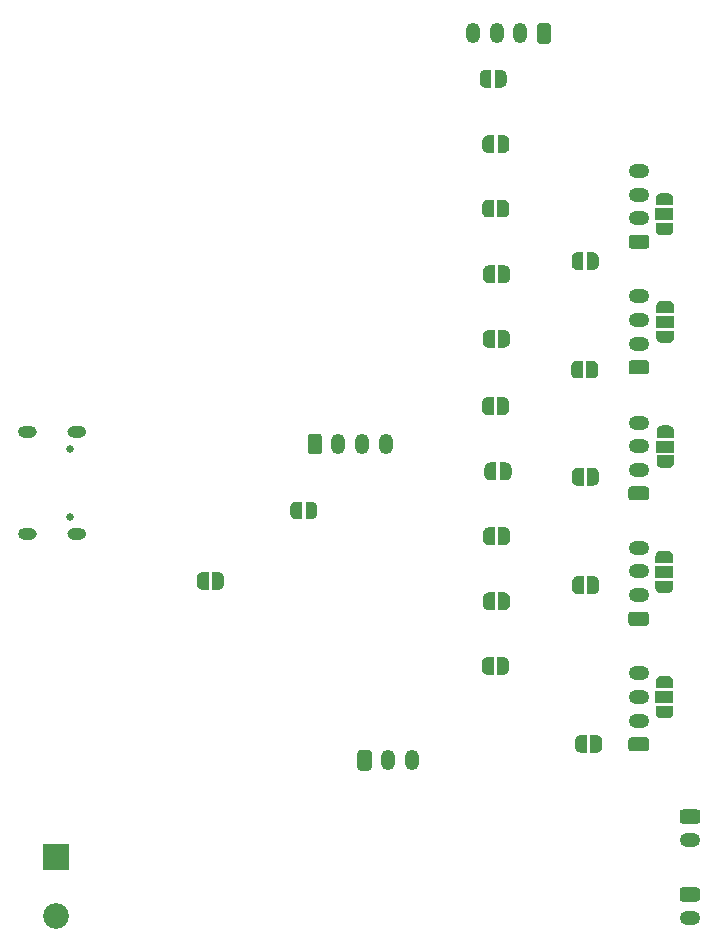
<source format=gbr>
G04 #@! TF.GenerationSoftware,KiCad,Pcbnew,(5.1.10)-1*
G04 #@! TF.CreationDate,2021-12-13T21:42:55+01:00*
G04 #@! TF.ProjectId,TestboardV2.3,54657374-626f-4617-9264-56322e332e6b,rev?*
G04 #@! TF.SameCoordinates,Original*
G04 #@! TF.FileFunction,Soldermask,Bot*
G04 #@! TF.FilePolarity,Negative*
%FSLAX46Y46*%
G04 Gerber Fmt 4.6, Leading zero omitted, Abs format (unit mm)*
G04 Created by KiCad (PCBNEW (5.1.10)-1) date 2021-12-13 21:42:55*
%MOMM*%
%LPD*%
G01*
G04 APERTURE LIST*
%ADD10C,0.100000*%
%ADD11C,0.670000*%
%ADD12O,1.750000X1.200000*%
%ADD13C,2.175000*%
%ADD14R,2.175000X2.175000*%
%ADD15R,1.500000X1.000000*%
%ADD16O,1.200000X1.750000*%
G04 APERTURE END LIST*
D10*
G36*
X114500000Y-120970000D02*
G01*
X114000000Y-120970000D01*
X114000000Y-120969398D01*
X113975466Y-120969398D01*
X113926635Y-120964588D01*
X113878510Y-120955016D01*
X113831555Y-120940772D01*
X113786222Y-120921995D01*
X113742949Y-120898864D01*
X113702150Y-120871604D01*
X113664221Y-120840476D01*
X113629524Y-120805779D01*
X113598396Y-120767850D01*
X113571136Y-120727051D01*
X113548005Y-120683778D01*
X113529228Y-120638445D01*
X113514984Y-120591490D01*
X113505412Y-120543365D01*
X113500602Y-120494534D01*
X113500602Y-120470000D01*
X113500000Y-120470000D01*
X113500000Y-119970000D01*
X113500602Y-119970000D01*
X113500602Y-119945466D01*
X113505412Y-119896635D01*
X113514984Y-119848510D01*
X113529228Y-119801555D01*
X113548005Y-119756222D01*
X113571136Y-119712949D01*
X113598396Y-119672150D01*
X113629524Y-119634221D01*
X113664221Y-119599524D01*
X113702150Y-119568396D01*
X113742949Y-119541136D01*
X113786222Y-119518005D01*
X113831555Y-119499228D01*
X113878510Y-119484984D01*
X113926635Y-119475412D01*
X113975466Y-119470602D01*
X114000000Y-119470602D01*
X114000000Y-119470000D01*
X114500000Y-119470000D01*
X114500000Y-120970000D01*
G37*
G36*
X115300000Y-119470602D02*
G01*
X115324534Y-119470602D01*
X115373365Y-119475412D01*
X115421490Y-119484984D01*
X115468445Y-119499228D01*
X115513778Y-119518005D01*
X115557051Y-119541136D01*
X115597850Y-119568396D01*
X115635779Y-119599524D01*
X115670476Y-119634221D01*
X115701604Y-119672150D01*
X115728864Y-119712949D01*
X115751995Y-119756222D01*
X115770772Y-119801555D01*
X115785016Y-119848510D01*
X115794588Y-119896635D01*
X115799398Y-119945466D01*
X115799398Y-119970000D01*
X115800000Y-119970000D01*
X115800000Y-120470000D01*
X115799398Y-120470000D01*
X115799398Y-120494534D01*
X115794588Y-120543365D01*
X115785016Y-120591490D01*
X115770772Y-120638445D01*
X115751995Y-120683778D01*
X115728864Y-120727051D01*
X115701604Y-120767850D01*
X115670476Y-120805779D01*
X115635779Y-120840476D01*
X115597850Y-120871604D01*
X115557051Y-120898864D01*
X115513778Y-120921995D01*
X115468445Y-120940772D01*
X115421490Y-120955016D01*
X115373365Y-120964588D01*
X115324534Y-120969398D01*
X115300000Y-120969398D01*
X115300000Y-120970000D01*
X114800000Y-120970000D01*
X114800000Y-119470000D01*
X115300000Y-119470000D01*
X115300000Y-119470602D01*
G37*
G36*
X122710000Y-113500000D02*
G01*
X123210000Y-113500000D01*
X123210000Y-113500602D01*
X123234534Y-113500602D01*
X123283365Y-113505412D01*
X123331490Y-113514984D01*
X123378445Y-113529228D01*
X123423778Y-113548005D01*
X123467051Y-113571136D01*
X123507850Y-113598396D01*
X123545779Y-113629524D01*
X123580476Y-113664221D01*
X123611604Y-113702150D01*
X123638864Y-113742949D01*
X123661995Y-113786222D01*
X123680772Y-113831555D01*
X123695016Y-113878510D01*
X123704588Y-113926635D01*
X123709398Y-113975466D01*
X123709398Y-114000000D01*
X123710000Y-114000000D01*
X123710000Y-114500000D01*
X123709398Y-114500000D01*
X123709398Y-114524534D01*
X123704588Y-114573365D01*
X123695016Y-114621490D01*
X123680772Y-114668445D01*
X123661995Y-114713778D01*
X123638864Y-114757051D01*
X123611604Y-114797850D01*
X123580476Y-114835779D01*
X123545779Y-114870476D01*
X123507850Y-114901604D01*
X123467051Y-114928864D01*
X123423778Y-114951995D01*
X123378445Y-114970772D01*
X123331490Y-114985016D01*
X123283365Y-114994588D01*
X123234534Y-114999398D01*
X123210000Y-114999398D01*
X123210000Y-115000000D01*
X122710000Y-115000000D01*
X122710000Y-113500000D01*
G37*
G36*
X121910000Y-114999398D02*
G01*
X121885466Y-114999398D01*
X121836635Y-114994588D01*
X121788510Y-114985016D01*
X121741555Y-114970772D01*
X121696222Y-114951995D01*
X121652949Y-114928864D01*
X121612150Y-114901604D01*
X121574221Y-114870476D01*
X121539524Y-114835779D01*
X121508396Y-114797850D01*
X121481136Y-114757051D01*
X121458005Y-114713778D01*
X121439228Y-114668445D01*
X121424984Y-114621490D01*
X121415412Y-114573365D01*
X121410602Y-114524534D01*
X121410602Y-114500000D01*
X121410000Y-114500000D01*
X121410000Y-114000000D01*
X121410602Y-114000000D01*
X121410602Y-113975466D01*
X121415412Y-113926635D01*
X121424984Y-113878510D01*
X121439228Y-113831555D01*
X121458005Y-113786222D01*
X121481136Y-113742949D01*
X121508396Y-113702150D01*
X121539524Y-113664221D01*
X121574221Y-113629524D01*
X121612150Y-113598396D01*
X121652949Y-113571136D01*
X121696222Y-113548005D01*
X121741555Y-113529228D01*
X121788510Y-113514984D01*
X121836635Y-113505412D01*
X121885466Y-113500602D01*
X121910000Y-113500602D01*
X121910000Y-113500000D01*
X122410000Y-113500000D01*
X122410000Y-115000000D01*
X121910000Y-115000000D01*
X121910000Y-114999398D01*
G37*
G36*
G01*
X103040000Y-107100000D02*
X103640000Y-107100000D01*
G75*
G02*
X104140000Y-107600000I0J-500000D01*
G01*
X104140000Y-107600000D01*
G75*
G02*
X103640000Y-108100000I-500000J0D01*
G01*
X103040000Y-108100000D01*
G75*
G02*
X102540000Y-107600000I0J500000D01*
G01*
X102540000Y-107600000D01*
G75*
G02*
X103040000Y-107100000I500000J0D01*
G01*
G37*
G36*
G01*
X103040000Y-115740000D02*
X103640000Y-115740000D01*
G75*
G02*
X104140000Y-116240000I0J-500000D01*
G01*
X104140000Y-116240000D01*
G75*
G02*
X103640000Y-116740000I-500000J0D01*
G01*
X103040000Y-116740000D01*
G75*
G02*
X102540000Y-116240000I0J500000D01*
G01*
X102540000Y-116240000D01*
G75*
G02*
X103040000Y-115740000I500000J0D01*
G01*
G37*
G36*
G01*
X98860000Y-115740000D02*
X99460000Y-115740000D01*
G75*
G02*
X99960000Y-116240000I0J-500000D01*
G01*
X99960000Y-116240000D01*
G75*
G02*
X99460000Y-116740000I-500000J0D01*
G01*
X98860000Y-116740000D01*
G75*
G02*
X98360000Y-116240000I0J500000D01*
G01*
X98360000Y-116240000D01*
G75*
G02*
X98860000Y-115740000I500000J0D01*
G01*
G37*
G36*
G01*
X98860000Y-107100000D02*
X99460000Y-107100000D01*
G75*
G02*
X99960000Y-107600000I0J-500000D01*
G01*
X99960000Y-107600000D01*
G75*
G02*
X99460000Y-108100000I-500000J0D01*
G01*
X98860000Y-108100000D01*
G75*
G02*
X98360000Y-107600000I0J500000D01*
G01*
X98360000Y-107600000D01*
G75*
G02*
X98860000Y-107100000I500000J0D01*
G01*
G37*
D11*
X102810000Y-109020000D03*
X102810000Y-114820000D03*
D12*
X155260000Y-142170000D03*
G36*
G01*
X154634999Y-139570000D02*
X155885001Y-139570000D01*
G75*
G02*
X156135000Y-139819999I0J-249999D01*
G01*
X156135000Y-140520001D01*
G75*
G02*
X155885001Y-140770000I-249999J0D01*
G01*
X154634999Y-140770000D01*
G75*
G02*
X154385000Y-140520001I0J249999D01*
G01*
X154385000Y-139819999D01*
G75*
G02*
X154634999Y-139570000I249999J0D01*
G01*
G37*
G36*
G01*
X151545400Y-134650000D02*
X150294600Y-134650000D01*
G75*
G02*
X150045000Y-134400400I0J249600D01*
G01*
X150045000Y-133699600D01*
G75*
G02*
X150294600Y-133450000I249600J0D01*
G01*
X151545400Y-133450000D01*
G75*
G02*
X151795000Y-133699600I0J-249600D01*
G01*
X151795000Y-134400400D01*
G75*
G02*
X151545400Y-134650000I-249600J0D01*
G01*
G37*
X150920000Y-132050000D03*
X150920000Y-130050000D03*
X150920000Y-128050000D03*
X150910000Y-117420000D03*
X150910000Y-119420000D03*
X150910000Y-121420000D03*
G36*
G01*
X151535400Y-124020000D02*
X150284600Y-124020000D01*
G75*
G02*
X150035000Y-123770400I0J249600D01*
G01*
X150035000Y-123069600D01*
G75*
G02*
X150284600Y-122820000I249600J0D01*
G01*
X151535400Y-122820000D01*
G75*
G02*
X151785000Y-123069600I0J-249600D01*
G01*
X151785000Y-123770400D01*
G75*
G02*
X151535400Y-124020000I-249600J0D01*
G01*
G37*
X150910000Y-106810000D03*
X150910000Y-108810000D03*
X150910000Y-110810000D03*
G36*
G01*
X151535400Y-113410000D02*
X150284600Y-113410000D01*
G75*
G02*
X150035000Y-113160400I0J249600D01*
G01*
X150035000Y-112459600D01*
G75*
G02*
X150284600Y-112210000I249600J0D01*
G01*
X151535400Y-112210000D01*
G75*
G02*
X151785000Y-112459600I0J-249600D01*
G01*
X151785000Y-113160400D01*
G75*
G02*
X151535400Y-113410000I-249600J0D01*
G01*
G37*
X150930000Y-96130000D03*
X150930000Y-98130000D03*
X150930000Y-100130000D03*
G36*
G01*
X151555400Y-102730000D02*
X150304600Y-102730000D01*
G75*
G02*
X150055000Y-102480400I0J249600D01*
G01*
X150055000Y-101779600D01*
G75*
G02*
X150304600Y-101530000I249600J0D01*
G01*
X151555400Y-101530000D01*
G75*
G02*
X151805000Y-101779600I0J-249600D01*
G01*
X151805000Y-102480400D01*
G75*
G02*
X151555400Y-102730000I-249600J0D01*
G01*
G37*
X150940000Y-85510000D03*
X150940000Y-87510000D03*
X150940000Y-89510000D03*
G36*
G01*
X151565400Y-92110000D02*
X150314600Y-92110000D01*
G75*
G02*
X150065000Y-91860400I0J249600D01*
G01*
X150065000Y-91159600D01*
G75*
G02*
X150314600Y-90910000I249600J0D01*
G01*
X151565400Y-90910000D01*
G75*
G02*
X151815000Y-91159600I0J-249600D01*
G01*
X151815000Y-91860400D01*
G75*
G02*
X151565400Y-92110000I-249600J0D01*
G01*
G37*
D13*
X101550000Y-148630000D03*
D14*
X101550000Y-143630000D03*
D10*
G36*
X139240000Y-76950602D02*
G01*
X139264534Y-76950602D01*
X139313365Y-76955412D01*
X139361490Y-76964984D01*
X139408445Y-76979228D01*
X139453778Y-76998005D01*
X139497051Y-77021136D01*
X139537850Y-77048396D01*
X139575779Y-77079524D01*
X139610476Y-77114221D01*
X139641604Y-77152150D01*
X139668864Y-77192949D01*
X139691995Y-77236222D01*
X139710772Y-77281555D01*
X139725016Y-77328510D01*
X139734588Y-77376635D01*
X139739398Y-77425466D01*
X139739398Y-77450000D01*
X139740000Y-77450000D01*
X139740000Y-77950000D01*
X139739398Y-77950000D01*
X139739398Y-77974534D01*
X139734588Y-78023365D01*
X139725016Y-78071490D01*
X139710772Y-78118445D01*
X139691995Y-78163778D01*
X139668864Y-78207051D01*
X139641604Y-78247850D01*
X139610476Y-78285779D01*
X139575779Y-78320476D01*
X139537850Y-78351604D01*
X139497051Y-78378864D01*
X139453778Y-78401995D01*
X139408445Y-78420772D01*
X139361490Y-78435016D01*
X139313365Y-78444588D01*
X139264534Y-78449398D01*
X139240000Y-78449398D01*
X139240000Y-78450000D01*
X138740000Y-78450000D01*
X138740000Y-76950000D01*
X139240000Y-76950000D01*
X139240000Y-76950602D01*
G37*
G36*
X138440000Y-78450000D02*
G01*
X137940000Y-78450000D01*
X137940000Y-78449398D01*
X137915466Y-78449398D01*
X137866635Y-78444588D01*
X137818510Y-78435016D01*
X137771555Y-78420772D01*
X137726222Y-78401995D01*
X137682949Y-78378864D01*
X137642150Y-78351604D01*
X137604221Y-78320476D01*
X137569524Y-78285779D01*
X137538396Y-78247850D01*
X137511136Y-78207051D01*
X137488005Y-78163778D01*
X137469228Y-78118445D01*
X137454984Y-78071490D01*
X137445412Y-78023365D01*
X137440602Y-77974534D01*
X137440602Y-77950000D01*
X137440000Y-77950000D01*
X137440000Y-77450000D01*
X137440602Y-77450000D01*
X137440602Y-77425466D01*
X137445412Y-77376635D01*
X137454984Y-77328510D01*
X137469228Y-77281555D01*
X137488005Y-77236222D01*
X137511136Y-77192949D01*
X137538396Y-77152150D01*
X137569524Y-77114221D01*
X137604221Y-77079524D01*
X137642150Y-77048396D01*
X137682949Y-77021136D01*
X137726222Y-76998005D01*
X137771555Y-76979228D01*
X137818510Y-76964984D01*
X137866635Y-76955412D01*
X137915466Y-76950602D01*
X137940000Y-76950602D01*
X137940000Y-76950000D01*
X138440000Y-76950000D01*
X138440000Y-78450000D01*
G37*
G36*
X139470000Y-82480602D02*
G01*
X139494534Y-82480602D01*
X139543365Y-82485412D01*
X139591490Y-82494984D01*
X139638445Y-82509228D01*
X139683778Y-82528005D01*
X139727051Y-82551136D01*
X139767850Y-82578396D01*
X139805779Y-82609524D01*
X139840476Y-82644221D01*
X139871604Y-82682150D01*
X139898864Y-82722949D01*
X139921995Y-82766222D01*
X139940772Y-82811555D01*
X139955016Y-82858510D01*
X139964588Y-82906635D01*
X139969398Y-82955466D01*
X139969398Y-82980000D01*
X139970000Y-82980000D01*
X139970000Y-83480000D01*
X139969398Y-83480000D01*
X139969398Y-83504534D01*
X139964588Y-83553365D01*
X139955016Y-83601490D01*
X139940772Y-83648445D01*
X139921995Y-83693778D01*
X139898864Y-83737051D01*
X139871604Y-83777850D01*
X139840476Y-83815779D01*
X139805779Y-83850476D01*
X139767850Y-83881604D01*
X139727051Y-83908864D01*
X139683778Y-83931995D01*
X139638445Y-83950772D01*
X139591490Y-83965016D01*
X139543365Y-83974588D01*
X139494534Y-83979398D01*
X139470000Y-83979398D01*
X139470000Y-83980000D01*
X138970000Y-83980000D01*
X138970000Y-82480000D01*
X139470000Y-82480000D01*
X139470000Y-82480602D01*
G37*
G36*
X138670000Y-83980000D02*
G01*
X138170000Y-83980000D01*
X138170000Y-83979398D01*
X138145466Y-83979398D01*
X138096635Y-83974588D01*
X138048510Y-83965016D01*
X138001555Y-83950772D01*
X137956222Y-83931995D01*
X137912949Y-83908864D01*
X137872150Y-83881604D01*
X137834221Y-83850476D01*
X137799524Y-83815779D01*
X137768396Y-83777850D01*
X137741136Y-83737051D01*
X137718005Y-83693778D01*
X137699228Y-83648445D01*
X137684984Y-83601490D01*
X137675412Y-83553365D01*
X137670602Y-83504534D01*
X137670602Y-83480000D01*
X137670000Y-83480000D01*
X137670000Y-82980000D01*
X137670602Y-82980000D01*
X137670602Y-82955466D01*
X137675412Y-82906635D01*
X137684984Y-82858510D01*
X137699228Y-82811555D01*
X137718005Y-82766222D01*
X137741136Y-82722949D01*
X137768396Y-82682150D01*
X137799524Y-82644221D01*
X137834221Y-82609524D01*
X137872150Y-82578396D01*
X137912949Y-82551136D01*
X137956222Y-82528005D01*
X138001555Y-82509228D01*
X138048510Y-82494984D01*
X138096635Y-82485412D01*
X138145466Y-82480602D01*
X138170000Y-82480602D01*
X138170000Y-82480000D01*
X138670000Y-82480000D01*
X138670000Y-83980000D01*
G37*
G36*
X139460000Y-87940602D02*
G01*
X139484534Y-87940602D01*
X139533365Y-87945412D01*
X139581490Y-87954984D01*
X139628445Y-87969228D01*
X139673778Y-87988005D01*
X139717051Y-88011136D01*
X139757850Y-88038396D01*
X139795779Y-88069524D01*
X139830476Y-88104221D01*
X139861604Y-88142150D01*
X139888864Y-88182949D01*
X139911995Y-88226222D01*
X139930772Y-88271555D01*
X139945016Y-88318510D01*
X139954588Y-88366635D01*
X139959398Y-88415466D01*
X139959398Y-88440000D01*
X139960000Y-88440000D01*
X139960000Y-88940000D01*
X139959398Y-88940000D01*
X139959398Y-88964534D01*
X139954588Y-89013365D01*
X139945016Y-89061490D01*
X139930772Y-89108445D01*
X139911995Y-89153778D01*
X139888864Y-89197051D01*
X139861604Y-89237850D01*
X139830476Y-89275779D01*
X139795779Y-89310476D01*
X139757850Y-89341604D01*
X139717051Y-89368864D01*
X139673778Y-89391995D01*
X139628445Y-89410772D01*
X139581490Y-89425016D01*
X139533365Y-89434588D01*
X139484534Y-89439398D01*
X139460000Y-89439398D01*
X139460000Y-89440000D01*
X138960000Y-89440000D01*
X138960000Y-87940000D01*
X139460000Y-87940000D01*
X139460000Y-87940602D01*
G37*
G36*
X138660000Y-89440000D02*
G01*
X138160000Y-89440000D01*
X138160000Y-89439398D01*
X138135466Y-89439398D01*
X138086635Y-89434588D01*
X138038510Y-89425016D01*
X137991555Y-89410772D01*
X137946222Y-89391995D01*
X137902949Y-89368864D01*
X137862150Y-89341604D01*
X137824221Y-89310476D01*
X137789524Y-89275779D01*
X137758396Y-89237850D01*
X137731136Y-89197051D01*
X137708005Y-89153778D01*
X137689228Y-89108445D01*
X137674984Y-89061490D01*
X137665412Y-89013365D01*
X137660602Y-88964534D01*
X137660602Y-88940000D01*
X137660000Y-88940000D01*
X137660000Y-88440000D01*
X137660602Y-88440000D01*
X137660602Y-88415466D01*
X137665412Y-88366635D01*
X137674984Y-88318510D01*
X137689228Y-88271555D01*
X137708005Y-88226222D01*
X137731136Y-88182949D01*
X137758396Y-88142150D01*
X137789524Y-88104221D01*
X137824221Y-88069524D01*
X137862150Y-88038396D01*
X137902949Y-88011136D01*
X137946222Y-87988005D01*
X137991555Y-87969228D01*
X138038510Y-87954984D01*
X138086635Y-87945412D01*
X138135466Y-87940602D01*
X138160000Y-87940602D01*
X138160000Y-87940000D01*
X138660000Y-87940000D01*
X138660000Y-89440000D01*
G37*
G36*
X139540000Y-93500602D02*
G01*
X139564534Y-93500602D01*
X139613365Y-93505412D01*
X139661490Y-93514984D01*
X139708445Y-93529228D01*
X139753778Y-93548005D01*
X139797051Y-93571136D01*
X139837850Y-93598396D01*
X139875779Y-93629524D01*
X139910476Y-93664221D01*
X139941604Y-93702150D01*
X139968864Y-93742949D01*
X139991995Y-93786222D01*
X140010772Y-93831555D01*
X140025016Y-93878510D01*
X140034588Y-93926635D01*
X140039398Y-93975466D01*
X140039398Y-94000000D01*
X140040000Y-94000000D01*
X140040000Y-94500000D01*
X140039398Y-94500000D01*
X140039398Y-94524534D01*
X140034588Y-94573365D01*
X140025016Y-94621490D01*
X140010772Y-94668445D01*
X139991995Y-94713778D01*
X139968864Y-94757051D01*
X139941604Y-94797850D01*
X139910476Y-94835779D01*
X139875779Y-94870476D01*
X139837850Y-94901604D01*
X139797051Y-94928864D01*
X139753778Y-94951995D01*
X139708445Y-94970772D01*
X139661490Y-94985016D01*
X139613365Y-94994588D01*
X139564534Y-94999398D01*
X139540000Y-94999398D01*
X139540000Y-95000000D01*
X139040000Y-95000000D01*
X139040000Y-93500000D01*
X139540000Y-93500000D01*
X139540000Y-93500602D01*
G37*
G36*
X138740000Y-95000000D02*
G01*
X138240000Y-95000000D01*
X138240000Y-94999398D01*
X138215466Y-94999398D01*
X138166635Y-94994588D01*
X138118510Y-94985016D01*
X138071555Y-94970772D01*
X138026222Y-94951995D01*
X137982949Y-94928864D01*
X137942150Y-94901604D01*
X137904221Y-94870476D01*
X137869524Y-94835779D01*
X137838396Y-94797850D01*
X137811136Y-94757051D01*
X137788005Y-94713778D01*
X137769228Y-94668445D01*
X137754984Y-94621490D01*
X137745412Y-94573365D01*
X137740602Y-94524534D01*
X137740602Y-94500000D01*
X137740000Y-94500000D01*
X137740000Y-94000000D01*
X137740602Y-94000000D01*
X137740602Y-93975466D01*
X137745412Y-93926635D01*
X137754984Y-93878510D01*
X137769228Y-93831555D01*
X137788005Y-93786222D01*
X137811136Y-93742949D01*
X137838396Y-93702150D01*
X137869524Y-93664221D01*
X137904221Y-93629524D01*
X137942150Y-93598396D01*
X137982949Y-93571136D01*
X138026222Y-93548005D01*
X138071555Y-93529228D01*
X138118510Y-93514984D01*
X138166635Y-93505412D01*
X138215466Y-93500602D01*
X138240000Y-93500602D01*
X138240000Y-93500000D01*
X138740000Y-93500000D01*
X138740000Y-95000000D01*
G37*
G36*
X139510000Y-98970602D02*
G01*
X139534534Y-98970602D01*
X139583365Y-98975412D01*
X139631490Y-98984984D01*
X139678445Y-98999228D01*
X139723778Y-99018005D01*
X139767051Y-99041136D01*
X139807850Y-99068396D01*
X139845779Y-99099524D01*
X139880476Y-99134221D01*
X139911604Y-99172150D01*
X139938864Y-99212949D01*
X139961995Y-99256222D01*
X139980772Y-99301555D01*
X139995016Y-99348510D01*
X140004588Y-99396635D01*
X140009398Y-99445466D01*
X140009398Y-99470000D01*
X140010000Y-99470000D01*
X140010000Y-99970000D01*
X140009398Y-99970000D01*
X140009398Y-99994534D01*
X140004588Y-100043365D01*
X139995016Y-100091490D01*
X139980772Y-100138445D01*
X139961995Y-100183778D01*
X139938864Y-100227051D01*
X139911604Y-100267850D01*
X139880476Y-100305779D01*
X139845779Y-100340476D01*
X139807850Y-100371604D01*
X139767051Y-100398864D01*
X139723778Y-100421995D01*
X139678445Y-100440772D01*
X139631490Y-100455016D01*
X139583365Y-100464588D01*
X139534534Y-100469398D01*
X139510000Y-100469398D01*
X139510000Y-100470000D01*
X139010000Y-100470000D01*
X139010000Y-98970000D01*
X139510000Y-98970000D01*
X139510000Y-98970602D01*
G37*
G36*
X138710000Y-100470000D02*
G01*
X138210000Y-100470000D01*
X138210000Y-100469398D01*
X138185466Y-100469398D01*
X138136635Y-100464588D01*
X138088510Y-100455016D01*
X138041555Y-100440772D01*
X137996222Y-100421995D01*
X137952949Y-100398864D01*
X137912150Y-100371604D01*
X137874221Y-100340476D01*
X137839524Y-100305779D01*
X137808396Y-100267850D01*
X137781136Y-100227051D01*
X137758005Y-100183778D01*
X137739228Y-100138445D01*
X137724984Y-100091490D01*
X137715412Y-100043365D01*
X137710602Y-99994534D01*
X137710602Y-99970000D01*
X137710000Y-99970000D01*
X137710000Y-99470000D01*
X137710602Y-99470000D01*
X137710602Y-99445466D01*
X137715412Y-99396635D01*
X137724984Y-99348510D01*
X137739228Y-99301555D01*
X137758005Y-99256222D01*
X137781136Y-99212949D01*
X137808396Y-99172150D01*
X137839524Y-99134221D01*
X137874221Y-99099524D01*
X137912150Y-99068396D01*
X137952949Y-99041136D01*
X137996222Y-99018005D01*
X138041555Y-98999228D01*
X138088510Y-98984984D01*
X138136635Y-98975412D01*
X138185466Y-98970602D01*
X138210000Y-98970602D01*
X138210000Y-98970000D01*
X138710000Y-98970000D01*
X138710000Y-100470000D01*
G37*
G36*
X139440000Y-104670602D02*
G01*
X139464534Y-104670602D01*
X139513365Y-104675412D01*
X139561490Y-104684984D01*
X139608445Y-104699228D01*
X139653778Y-104718005D01*
X139697051Y-104741136D01*
X139737850Y-104768396D01*
X139775779Y-104799524D01*
X139810476Y-104834221D01*
X139841604Y-104872150D01*
X139868864Y-104912949D01*
X139891995Y-104956222D01*
X139910772Y-105001555D01*
X139925016Y-105048510D01*
X139934588Y-105096635D01*
X139939398Y-105145466D01*
X139939398Y-105170000D01*
X139940000Y-105170000D01*
X139940000Y-105670000D01*
X139939398Y-105670000D01*
X139939398Y-105694534D01*
X139934588Y-105743365D01*
X139925016Y-105791490D01*
X139910772Y-105838445D01*
X139891995Y-105883778D01*
X139868864Y-105927051D01*
X139841604Y-105967850D01*
X139810476Y-106005779D01*
X139775779Y-106040476D01*
X139737850Y-106071604D01*
X139697051Y-106098864D01*
X139653778Y-106121995D01*
X139608445Y-106140772D01*
X139561490Y-106155016D01*
X139513365Y-106164588D01*
X139464534Y-106169398D01*
X139440000Y-106169398D01*
X139440000Y-106170000D01*
X138940000Y-106170000D01*
X138940000Y-104670000D01*
X139440000Y-104670000D01*
X139440000Y-104670602D01*
G37*
G36*
X138640000Y-106170000D02*
G01*
X138140000Y-106170000D01*
X138140000Y-106169398D01*
X138115466Y-106169398D01*
X138066635Y-106164588D01*
X138018510Y-106155016D01*
X137971555Y-106140772D01*
X137926222Y-106121995D01*
X137882949Y-106098864D01*
X137842150Y-106071604D01*
X137804221Y-106040476D01*
X137769524Y-106005779D01*
X137738396Y-105967850D01*
X137711136Y-105927051D01*
X137688005Y-105883778D01*
X137669228Y-105838445D01*
X137654984Y-105791490D01*
X137645412Y-105743365D01*
X137640602Y-105694534D01*
X137640602Y-105670000D01*
X137640000Y-105670000D01*
X137640000Y-105170000D01*
X137640602Y-105170000D01*
X137640602Y-105145466D01*
X137645412Y-105096635D01*
X137654984Y-105048510D01*
X137669228Y-105001555D01*
X137688005Y-104956222D01*
X137711136Y-104912949D01*
X137738396Y-104872150D01*
X137769524Y-104834221D01*
X137804221Y-104799524D01*
X137842150Y-104768396D01*
X137882949Y-104741136D01*
X137926222Y-104718005D01*
X137971555Y-104699228D01*
X138018510Y-104684984D01*
X138066635Y-104675412D01*
X138115466Y-104670602D01*
X138140000Y-104670602D01*
X138140000Y-104670000D01*
X138640000Y-104670000D01*
X138640000Y-106170000D01*
G37*
G36*
X139650000Y-110190602D02*
G01*
X139674534Y-110190602D01*
X139723365Y-110195412D01*
X139771490Y-110204984D01*
X139818445Y-110219228D01*
X139863778Y-110238005D01*
X139907051Y-110261136D01*
X139947850Y-110288396D01*
X139985779Y-110319524D01*
X140020476Y-110354221D01*
X140051604Y-110392150D01*
X140078864Y-110432949D01*
X140101995Y-110476222D01*
X140120772Y-110521555D01*
X140135016Y-110568510D01*
X140144588Y-110616635D01*
X140149398Y-110665466D01*
X140149398Y-110690000D01*
X140150000Y-110690000D01*
X140150000Y-111190000D01*
X140149398Y-111190000D01*
X140149398Y-111214534D01*
X140144588Y-111263365D01*
X140135016Y-111311490D01*
X140120772Y-111358445D01*
X140101995Y-111403778D01*
X140078864Y-111447051D01*
X140051604Y-111487850D01*
X140020476Y-111525779D01*
X139985779Y-111560476D01*
X139947850Y-111591604D01*
X139907051Y-111618864D01*
X139863778Y-111641995D01*
X139818445Y-111660772D01*
X139771490Y-111675016D01*
X139723365Y-111684588D01*
X139674534Y-111689398D01*
X139650000Y-111689398D01*
X139650000Y-111690000D01*
X139150000Y-111690000D01*
X139150000Y-110190000D01*
X139650000Y-110190000D01*
X139650000Y-110190602D01*
G37*
G36*
X138850000Y-111690000D02*
G01*
X138350000Y-111690000D01*
X138350000Y-111689398D01*
X138325466Y-111689398D01*
X138276635Y-111684588D01*
X138228510Y-111675016D01*
X138181555Y-111660772D01*
X138136222Y-111641995D01*
X138092949Y-111618864D01*
X138052150Y-111591604D01*
X138014221Y-111560476D01*
X137979524Y-111525779D01*
X137948396Y-111487850D01*
X137921136Y-111447051D01*
X137898005Y-111403778D01*
X137879228Y-111358445D01*
X137864984Y-111311490D01*
X137855412Y-111263365D01*
X137850602Y-111214534D01*
X137850602Y-111190000D01*
X137850000Y-111190000D01*
X137850000Y-110690000D01*
X137850602Y-110690000D01*
X137850602Y-110665466D01*
X137855412Y-110616635D01*
X137864984Y-110568510D01*
X137879228Y-110521555D01*
X137898005Y-110476222D01*
X137921136Y-110432949D01*
X137948396Y-110392150D01*
X137979524Y-110354221D01*
X138014221Y-110319524D01*
X138052150Y-110288396D01*
X138092949Y-110261136D01*
X138136222Y-110238005D01*
X138181555Y-110219228D01*
X138228510Y-110204984D01*
X138276635Y-110195412D01*
X138325466Y-110190602D01*
X138350000Y-110190602D01*
X138350000Y-110190000D01*
X138850000Y-110190000D01*
X138850000Y-111690000D01*
G37*
G36*
X139540000Y-115680602D02*
G01*
X139564534Y-115680602D01*
X139613365Y-115685412D01*
X139661490Y-115694984D01*
X139708445Y-115709228D01*
X139753778Y-115728005D01*
X139797051Y-115751136D01*
X139837850Y-115778396D01*
X139875779Y-115809524D01*
X139910476Y-115844221D01*
X139941604Y-115882150D01*
X139968864Y-115922949D01*
X139991995Y-115966222D01*
X140010772Y-116011555D01*
X140025016Y-116058510D01*
X140034588Y-116106635D01*
X140039398Y-116155466D01*
X140039398Y-116180000D01*
X140040000Y-116180000D01*
X140040000Y-116680000D01*
X140039398Y-116680000D01*
X140039398Y-116704534D01*
X140034588Y-116753365D01*
X140025016Y-116801490D01*
X140010772Y-116848445D01*
X139991995Y-116893778D01*
X139968864Y-116937051D01*
X139941604Y-116977850D01*
X139910476Y-117015779D01*
X139875779Y-117050476D01*
X139837850Y-117081604D01*
X139797051Y-117108864D01*
X139753778Y-117131995D01*
X139708445Y-117150772D01*
X139661490Y-117165016D01*
X139613365Y-117174588D01*
X139564534Y-117179398D01*
X139540000Y-117179398D01*
X139540000Y-117180000D01*
X139040000Y-117180000D01*
X139040000Y-115680000D01*
X139540000Y-115680000D01*
X139540000Y-115680602D01*
G37*
G36*
X138740000Y-117180000D02*
G01*
X138240000Y-117180000D01*
X138240000Y-117179398D01*
X138215466Y-117179398D01*
X138166635Y-117174588D01*
X138118510Y-117165016D01*
X138071555Y-117150772D01*
X138026222Y-117131995D01*
X137982949Y-117108864D01*
X137942150Y-117081604D01*
X137904221Y-117050476D01*
X137869524Y-117015779D01*
X137838396Y-116977850D01*
X137811136Y-116937051D01*
X137788005Y-116893778D01*
X137769228Y-116848445D01*
X137754984Y-116801490D01*
X137745412Y-116753365D01*
X137740602Y-116704534D01*
X137740602Y-116680000D01*
X137740000Y-116680000D01*
X137740000Y-116180000D01*
X137740602Y-116180000D01*
X137740602Y-116155466D01*
X137745412Y-116106635D01*
X137754984Y-116058510D01*
X137769228Y-116011555D01*
X137788005Y-115966222D01*
X137811136Y-115922949D01*
X137838396Y-115882150D01*
X137869524Y-115844221D01*
X137904221Y-115809524D01*
X137942150Y-115778396D01*
X137982949Y-115751136D01*
X138026222Y-115728005D01*
X138071555Y-115709228D01*
X138118510Y-115694984D01*
X138166635Y-115685412D01*
X138215466Y-115680602D01*
X138240000Y-115680602D01*
X138240000Y-115680000D01*
X138740000Y-115680000D01*
X138740000Y-117180000D01*
G37*
G36*
X139510000Y-121190602D02*
G01*
X139534534Y-121190602D01*
X139583365Y-121195412D01*
X139631490Y-121204984D01*
X139678445Y-121219228D01*
X139723778Y-121238005D01*
X139767051Y-121261136D01*
X139807850Y-121288396D01*
X139845779Y-121319524D01*
X139880476Y-121354221D01*
X139911604Y-121392150D01*
X139938864Y-121432949D01*
X139961995Y-121476222D01*
X139980772Y-121521555D01*
X139995016Y-121568510D01*
X140004588Y-121616635D01*
X140009398Y-121665466D01*
X140009398Y-121690000D01*
X140010000Y-121690000D01*
X140010000Y-122190000D01*
X140009398Y-122190000D01*
X140009398Y-122214534D01*
X140004588Y-122263365D01*
X139995016Y-122311490D01*
X139980772Y-122358445D01*
X139961995Y-122403778D01*
X139938864Y-122447051D01*
X139911604Y-122487850D01*
X139880476Y-122525779D01*
X139845779Y-122560476D01*
X139807850Y-122591604D01*
X139767051Y-122618864D01*
X139723778Y-122641995D01*
X139678445Y-122660772D01*
X139631490Y-122675016D01*
X139583365Y-122684588D01*
X139534534Y-122689398D01*
X139510000Y-122689398D01*
X139510000Y-122690000D01*
X139010000Y-122690000D01*
X139010000Y-121190000D01*
X139510000Y-121190000D01*
X139510000Y-121190602D01*
G37*
G36*
X138710000Y-122690000D02*
G01*
X138210000Y-122690000D01*
X138210000Y-122689398D01*
X138185466Y-122689398D01*
X138136635Y-122684588D01*
X138088510Y-122675016D01*
X138041555Y-122660772D01*
X137996222Y-122641995D01*
X137952949Y-122618864D01*
X137912150Y-122591604D01*
X137874221Y-122560476D01*
X137839524Y-122525779D01*
X137808396Y-122487850D01*
X137781136Y-122447051D01*
X137758005Y-122403778D01*
X137739228Y-122358445D01*
X137724984Y-122311490D01*
X137715412Y-122263365D01*
X137710602Y-122214534D01*
X137710602Y-122190000D01*
X137710000Y-122190000D01*
X137710000Y-121690000D01*
X137710602Y-121690000D01*
X137710602Y-121665466D01*
X137715412Y-121616635D01*
X137724984Y-121568510D01*
X137739228Y-121521555D01*
X137758005Y-121476222D01*
X137781136Y-121432949D01*
X137808396Y-121392150D01*
X137839524Y-121354221D01*
X137874221Y-121319524D01*
X137912150Y-121288396D01*
X137952949Y-121261136D01*
X137996222Y-121238005D01*
X138041555Y-121219228D01*
X138088510Y-121204984D01*
X138136635Y-121195412D01*
X138185466Y-121190602D01*
X138210000Y-121190602D01*
X138210000Y-121190000D01*
X138710000Y-121190000D01*
X138710000Y-122690000D01*
G37*
G36*
X139440000Y-126670602D02*
G01*
X139464534Y-126670602D01*
X139513365Y-126675412D01*
X139561490Y-126684984D01*
X139608445Y-126699228D01*
X139653778Y-126718005D01*
X139697051Y-126741136D01*
X139737850Y-126768396D01*
X139775779Y-126799524D01*
X139810476Y-126834221D01*
X139841604Y-126872150D01*
X139868864Y-126912949D01*
X139891995Y-126956222D01*
X139910772Y-127001555D01*
X139925016Y-127048510D01*
X139934588Y-127096635D01*
X139939398Y-127145466D01*
X139939398Y-127170000D01*
X139940000Y-127170000D01*
X139940000Y-127670000D01*
X139939398Y-127670000D01*
X139939398Y-127694534D01*
X139934588Y-127743365D01*
X139925016Y-127791490D01*
X139910772Y-127838445D01*
X139891995Y-127883778D01*
X139868864Y-127927051D01*
X139841604Y-127967850D01*
X139810476Y-128005779D01*
X139775779Y-128040476D01*
X139737850Y-128071604D01*
X139697051Y-128098864D01*
X139653778Y-128121995D01*
X139608445Y-128140772D01*
X139561490Y-128155016D01*
X139513365Y-128164588D01*
X139464534Y-128169398D01*
X139440000Y-128169398D01*
X139440000Y-128170000D01*
X138940000Y-128170000D01*
X138940000Y-126670000D01*
X139440000Y-126670000D01*
X139440000Y-126670602D01*
G37*
G36*
X138640000Y-128170000D02*
G01*
X138140000Y-128170000D01*
X138140000Y-128169398D01*
X138115466Y-128169398D01*
X138066635Y-128164588D01*
X138018510Y-128155016D01*
X137971555Y-128140772D01*
X137926222Y-128121995D01*
X137882949Y-128098864D01*
X137842150Y-128071604D01*
X137804221Y-128040476D01*
X137769524Y-128005779D01*
X137738396Y-127967850D01*
X137711136Y-127927051D01*
X137688005Y-127883778D01*
X137669228Y-127838445D01*
X137654984Y-127791490D01*
X137645412Y-127743365D01*
X137640602Y-127694534D01*
X137640602Y-127670000D01*
X137640000Y-127670000D01*
X137640000Y-127170000D01*
X137640602Y-127170000D01*
X137640602Y-127145466D01*
X137645412Y-127096635D01*
X137654984Y-127048510D01*
X137669228Y-127001555D01*
X137688005Y-126956222D01*
X137711136Y-126912949D01*
X137738396Y-126872150D01*
X137769524Y-126834221D01*
X137804221Y-126799524D01*
X137842150Y-126768396D01*
X137882949Y-126741136D01*
X137926222Y-126718005D01*
X137971555Y-126699228D01*
X138018510Y-126684984D01*
X138066635Y-126675412D01*
X138115466Y-126670602D01*
X138140000Y-126670602D01*
X138140000Y-126670000D01*
X138640000Y-126670000D01*
X138640000Y-128170000D01*
G37*
G36*
X145740000Y-93889398D02*
G01*
X145715466Y-93889398D01*
X145666635Y-93884588D01*
X145618510Y-93875016D01*
X145571555Y-93860772D01*
X145526222Y-93841995D01*
X145482949Y-93818864D01*
X145442150Y-93791604D01*
X145404221Y-93760476D01*
X145369524Y-93725779D01*
X145338396Y-93687850D01*
X145311136Y-93647051D01*
X145288005Y-93603778D01*
X145269228Y-93558445D01*
X145254984Y-93511490D01*
X145245412Y-93463365D01*
X145240602Y-93414534D01*
X145240602Y-93390000D01*
X145240000Y-93390000D01*
X145240000Y-92890000D01*
X145240602Y-92890000D01*
X145240602Y-92865466D01*
X145245412Y-92816635D01*
X145254984Y-92768510D01*
X145269228Y-92721555D01*
X145288005Y-92676222D01*
X145311136Y-92632949D01*
X145338396Y-92592150D01*
X145369524Y-92554221D01*
X145404221Y-92519524D01*
X145442150Y-92488396D01*
X145482949Y-92461136D01*
X145526222Y-92438005D01*
X145571555Y-92419228D01*
X145618510Y-92404984D01*
X145666635Y-92395412D01*
X145715466Y-92390602D01*
X145740000Y-92390602D01*
X145740000Y-92390000D01*
X146240000Y-92390000D01*
X146240000Y-93890000D01*
X145740000Y-93890000D01*
X145740000Y-93889398D01*
G37*
G36*
X146540000Y-92390000D02*
G01*
X147040000Y-92390000D01*
X147040000Y-92390602D01*
X147064534Y-92390602D01*
X147113365Y-92395412D01*
X147161490Y-92404984D01*
X147208445Y-92419228D01*
X147253778Y-92438005D01*
X147297051Y-92461136D01*
X147337850Y-92488396D01*
X147375779Y-92519524D01*
X147410476Y-92554221D01*
X147441604Y-92592150D01*
X147468864Y-92632949D01*
X147491995Y-92676222D01*
X147510772Y-92721555D01*
X147525016Y-92768510D01*
X147534588Y-92816635D01*
X147539398Y-92865466D01*
X147539398Y-92890000D01*
X147540000Y-92890000D01*
X147540000Y-93390000D01*
X147539398Y-93390000D01*
X147539398Y-93414534D01*
X147534588Y-93463365D01*
X147525016Y-93511490D01*
X147510772Y-93558445D01*
X147491995Y-93603778D01*
X147468864Y-93647051D01*
X147441604Y-93687850D01*
X147410476Y-93725779D01*
X147375779Y-93760476D01*
X147337850Y-93791604D01*
X147297051Y-93818864D01*
X147253778Y-93841995D01*
X147208445Y-93860772D01*
X147161490Y-93875016D01*
X147113365Y-93884588D01*
X147064534Y-93889398D01*
X147040000Y-93889398D01*
X147040000Y-93890000D01*
X146540000Y-93890000D01*
X146540000Y-92390000D01*
G37*
G36*
X145690000Y-103079398D02*
G01*
X145665466Y-103079398D01*
X145616635Y-103074588D01*
X145568510Y-103065016D01*
X145521555Y-103050772D01*
X145476222Y-103031995D01*
X145432949Y-103008864D01*
X145392150Y-102981604D01*
X145354221Y-102950476D01*
X145319524Y-102915779D01*
X145288396Y-102877850D01*
X145261136Y-102837051D01*
X145238005Y-102793778D01*
X145219228Y-102748445D01*
X145204984Y-102701490D01*
X145195412Y-102653365D01*
X145190602Y-102604534D01*
X145190602Y-102580000D01*
X145190000Y-102580000D01*
X145190000Y-102080000D01*
X145190602Y-102080000D01*
X145190602Y-102055466D01*
X145195412Y-102006635D01*
X145204984Y-101958510D01*
X145219228Y-101911555D01*
X145238005Y-101866222D01*
X145261136Y-101822949D01*
X145288396Y-101782150D01*
X145319524Y-101744221D01*
X145354221Y-101709524D01*
X145392150Y-101678396D01*
X145432949Y-101651136D01*
X145476222Y-101628005D01*
X145521555Y-101609228D01*
X145568510Y-101594984D01*
X145616635Y-101585412D01*
X145665466Y-101580602D01*
X145690000Y-101580602D01*
X145690000Y-101580000D01*
X146190000Y-101580000D01*
X146190000Y-103080000D01*
X145690000Y-103080000D01*
X145690000Y-103079398D01*
G37*
G36*
X146490000Y-101580000D02*
G01*
X146990000Y-101580000D01*
X146990000Y-101580602D01*
X147014534Y-101580602D01*
X147063365Y-101585412D01*
X147111490Y-101594984D01*
X147158445Y-101609228D01*
X147203778Y-101628005D01*
X147247051Y-101651136D01*
X147287850Y-101678396D01*
X147325779Y-101709524D01*
X147360476Y-101744221D01*
X147391604Y-101782150D01*
X147418864Y-101822949D01*
X147441995Y-101866222D01*
X147460772Y-101911555D01*
X147475016Y-101958510D01*
X147484588Y-102006635D01*
X147489398Y-102055466D01*
X147489398Y-102080000D01*
X147490000Y-102080000D01*
X147490000Y-102580000D01*
X147489398Y-102580000D01*
X147489398Y-102604534D01*
X147484588Y-102653365D01*
X147475016Y-102701490D01*
X147460772Y-102748445D01*
X147441995Y-102793778D01*
X147418864Y-102837051D01*
X147391604Y-102877850D01*
X147360476Y-102915779D01*
X147325779Y-102950476D01*
X147287850Y-102981604D01*
X147247051Y-103008864D01*
X147203778Y-103031995D01*
X147158445Y-103050772D01*
X147111490Y-103065016D01*
X147063365Y-103074588D01*
X147014534Y-103079398D01*
X146990000Y-103079398D01*
X146990000Y-103080000D01*
X146490000Y-103080000D01*
X146490000Y-101580000D01*
G37*
D15*
X153100000Y-89170000D03*
D10*
G36*
X153849398Y-90470000D02*
G01*
X153849398Y-90494534D01*
X153844588Y-90543365D01*
X153835016Y-90591490D01*
X153820772Y-90638445D01*
X153801995Y-90683778D01*
X153778864Y-90727051D01*
X153751604Y-90767850D01*
X153720476Y-90805779D01*
X153685779Y-90840476D01*
X153647850Y-90871604D01*
X153607051Y-90898864D01*
X153563778Y-90921995D01*
X153518445Y-90940772D01*
X153471490Y-90955016D01*
X153423365Y-90964588D01*
X153374534Y-90969398D01*
X153350000Y-90969398D01*
X153350000Y-90970000D01*
X152850000Y-90970000D01*
X152850000Y-90969398D01*
X152825466Y-90969398D01*
X152776635Y-90964588D01*
X152728510Y-90955016D01*
X152681555Y-90940772D01*
X152636222Y-90921995D01*
X152592949Y-90898864D01*
X152552150Y-90871604D01*
X152514221Y-90840476D01*
X152479524Y-90805779D01*
X152448396Y-90767850D01*
X152421136Y-90727051D01*
X152398005Y-90683778D01*
X152379228Y-90638445D01*
X152364984Y-90591490D01*
X152355412Y-90543365D01*
X152350602Y-90494534D01*
X152350602Y-90470000D01*
X152350000Y-90470000D01*
X152350000Y-89920000D01*
X153850000Y-89920000D01*
X153850000Y-90470000D01*
X153849398Y-90470000D01*
G37*
G36*
X152350000Y-88420000D02*
G01*
X152350000Y-87870000D01*
X152350602Y-87870000D01*
X152350602Y-87845466D01*
X152355412Y-87796635D01*
X152364984Y-87748510D01*
X152379228Y-87701555D01*
X152398005Y-87656222D01*
X152421136Y-87612949D01*
X152448396Y-87572150D01*
X152479524Y-87534221D01*
X152514221Y-87499524D01*
X152552150Y-87468396D01*
X152592949Y-87441136D01*
X152636222Y-87418005D01*
X152681555Y-87399228D01*
X152728510Y-87384984D01*
X152776635Y-87375412D01*
X152825466Y-87370602D01*
X152850000Y-87370602D01*
X152850000Y-87370000D01*
X153350000Y-87370000D01*
X153350000Y-87370602D01*
X153374534Y-87370602D01*
X153423365Y-87375412D01*
X153471490Y-87384984D01*
X153518445Y-87399228D01*
X153563778Y-87418005D01*
X153607051Y-87441136D01*
X153647850Y-87468396D01*
X153685779Y-87499524D01*
X153720476Y-87534221D01*
X153751604Y-87572150D01*
X153778864Y-87612949D01*
X153801995Y-87656222D01*
X153820772Y-87701555D01*
X153835016Y-87748510D01*
X153844588Y-87796635D01*
X153849398Y-87845466D01*
X153849398Y-87870000D01*
X153850000Y-87870000D01*
X153850000Y-88420000D01*
X152350000Y-88420000D01*
G37*
D15*
X153150000Y-98280000D03*
D10*
G36*
X153899398Y-99580000D02*
G01*
X153899398Y-99604534D01*
X153894588Y-99653365D01*
X153885016Y-99701490D01*
X153870772Y-99748445D01*
X153851995Y-99793778D01*
X153828864Y-99837051D01*
X153801604Y-99877850D01*
X153770476Y-99915779D01*
X153735779Y-99950476D01*
X153697850Y-99981604D01*
X153657051Y-100008864D01*
X153613778Y-100031995D01*
X153568445Y-100050772D01*
X153521490Y-100065016D01*
X153473365Y-100074588D01*
X153424534Y-100079398D01*
X153400000Y-100079398D01*
X153400000Y-100080000D01*
X152900000Y-100080000D01*
X152900000Y-100079398D01*
X152875466Y-100079398D01*
X152826635Y-100074588D01*
X152778510Y-100065016D01*
X152731555Y-100050772D01*
X152686222Y-100031995D01*
X152642949Y-100008864D01*
X152602150Y-99981604D01*
X152564221Y-99950476D01*
X152529524Y-99915779D01*
X152498396Y-99877850D01*
X152471136Y-99837051D01*
X152448005Y-99793778D01*
X152429228Y-99748445D01*
X152414984Y-99701490D01*
X152405412Y-99653365D01*
X152400602Y-99604534D01*
X152400602Y-99580000D01*
X152400000Y-99580000D01*
X152400000Y-99030000D01*
X153900000Y-99030000D01*
X153900000Y-99580000D01*
X153899398Y-99580000D01*
G37*
G36*
X152400000Y-97530000D02*
G01*
X152400000Y-96980000D01*
X152400602Y-96980000D01*
X152400602Y-96955466D01*
X152405412Y-96906635D01*
X152414984Y-96858510D01*
X152429228Y-96811555D01*
X152448005Y-96766222D01*
X152471136Y-96722949D01*
X152498396Y-96682150D01*
X152529524Y-96644221D01*
X152564221Y-96609524D01*
X152602150Y-96578396D01*
X152642949Y-96551136D01*
X152686222Y-96528005D01*
X152731555Y-96509228D01*
X152778510Y-96494984D01*
X152826635Y-96485412D01*
X152875466Y-96480602D01*
X152900000Y-96480602D01*
X152900000Y-96480000D01*
X153400000Y-96480000D01*
X153400000Y-96480602D01*
X153424534Y-96480602D01*
X153473365Y-96485412D01*
X153521490Y-96494984D01*
X153568445Y-96509228D01*
X153613778Y-96528005D01*
X153657051Y-96551136D01*
X153697850Y-96578396D01*
X153735779Y-96609524D01*
X153770476Y-96644221D01*
X153801604Y-96682150D01*
X153828864Y-96722949D01*
X153851995Y-96766222D01*
X153870772Y-96811555D01*
X153885016Y-96858510D01*
X153894588Y-96906635D01*
X153899398Y-96955466D01*
X153899398Y-96980000D01*
X153900000Y-96980000D01*
X153900000Y-97530000D01*
X152400000Y-97530000D01*
G37*
G36*
X145750000Y-112149398D02*
G01*
X145725466Y-112149398D01*
X145676635Y-112144588D01*
X145628510Y-112135016D01*
X145581555Y-112120772D01*
X145536222Y-112101995D01*
X145492949Y-112078864D01*
X145452150Y-112051604D01*
X145414221Y-112020476D01*
X145379524Y-111985779D01*
X145348396Y-111947850D01*
X145321136Y-111907051D01*
X145298005Y-111863778D01*
X145279228Y-111818445D01*
X145264984Y-111771490D01*
X145255412Y-111723365D01*
X145250602Y-111674534D01*
X145250602Y-111650000D01*
X145250000Y-111650000D01*
X145250000Y-111150000D01*
X145250602Y-111150000D01*
X145250602Y-111125466D01*
X145255412Y-111076635D01*
X145264984Y-111028510D01*
X145279228Y-110981555D01*
X145298005Y-110936222D01*
X145321136Y-110892949D01*
X145348396Y-110852150D01*
X145379524Y-110814221D01*
X145414221Y-110779524D01*
X145452150Y-110748396D01*
X145492949Y-110721136D01*
X145536222Y-110698005D01*
X145581555Y-110679228D01*
X145628510Y-110664984D01*
X145676635Y-110655412D01*
X145725466Y-110650602D01*
X145750000Y-110650602D01*
X145750000Y-110650000D01*
X146250000Y-110650000D01*
X146250000Y-112150000D01*
X145750000Y-112150000D01*
X145750000Y-112149398D01*
G37*
G36*
X146550000Y-110650000D02*
G01*
X147050000Y-110650000D01*
X147050000Y-110650602D01*
X147074534Y-110650602D01*
X147123365Y-110655412D01*
X147171490Y-110664984D01*
X147218445Y-110679228D01*
X147263778Y-110698005D01*
X147307051Y-110721136D01*
X147347850Y-110748396D01*
X147385779Y-110779524D01*
X147420476Y-110814221D01*
X147451604Y-110852150D01*
X147478864Y-110892949D01*
X147501995Y-110936222D01*
X147520772Y-110981555D01*
X147535016Y-111028510D01*
X147544588Y-111076635D01*
X147549398Y-111125466D01*
X147549398Y-111150000D01*
X147550000Y-111150000D01*
X147550000Y-111650000D01*
X147549398Y-111650000D01*
X147549398Y-111674534D01*
X147544588Y-111723365D01*
X147535016Y-111771490D01*
X147520772Y-111818445D01*
X147501995Y-111863778D01*
X147478864Y-111907051D01*
X147451604Y-111947850D01*
X147420476Y-111985779D01*
X147385779Y-112020476D01*
X147347850Y-112051604D01*
X147307051Y-112078864D01*
X147263778Y-112101995D01*
X147218445Y-112120772D01*
X147171490Y-112135016D01*
X147123365Y-112144588D01*
X147074534Y-112149398D01*
X147050000Y-112149398D01*
X147050000Y-112150000D01*
X146550000Y-112150000D01*
X146550000Y-110650000D01*
G37*
G36*
X145770000Y-121329398D02*
G01*
X145745466Y-121329398D01*
X145696635Y-121324588D01*
X145648510Y-121315016D01*
X145601555Y-121300772D01*
X145556222Y-121281995D01*
X145512949Y-121258864D01*
X145472150Y-121231604D01*
X145434221Y-121200476D01*
X145399524Y-121165779D01*
X145368396Y-121127850D01*
X145341136Y-121087051D01*
X145318005Y-121043778D01*
X145299228Y-120998445D01*
X145284984Y-120951490D01*
X145275412Y-120903365D01*
X145270602Y-120854534D01*
X145270602Y-120830000D01*
X145270000Y-120830000D01*
X145270000Y-120330000D01*
X145270602Y-120330000D01*
X145270602Y-120305466D01*
X145275412Y-120256635D01*
X145284984Y-120208510D01*
X145299228Y-120161555D01*
X145318005Y-120116222D01*
X145341136Y-120072949D01*
X145368396Y-120032150D01*
X145399524Y-119994221D01*
X145434221Y-119959524D01*
X145472150Y-119928396D01*
X145512949Y-119901136D01*
X145556222Y-119878005D01*
X145601555Y-119859228D01*
X145648510Y-119844984D01*
X145696635Y-119835412D01*
X145745466Y-119830602D01*
X145770000Y-119830602D01*
X145770000Y-119830000D01*
X146270000Y-119830000D01*
X146270000Y-121330000D01*
X145770000Y-121330000D01*
X145770000Y-121329398D01*
G37*
G36*
X146570000Y-119830000D02*
G01*
X147070000Y-119830000D01*
X147070000Y-119830602D01*
X147094534Y-119830602D01*
X147143365Y-119835412D01*
X147191490Y-119844984D01*
X147238445Y-119859228D01*
X147283778Y-119878005D01*
X147327051Y-119901136D01*
X147367850Y-119928396D01*
X147405779Y-119959524D01*
X147440476Y-119994221D01*
X147471604Y-120032150D01*
X147498864Y-120072949D01*
X147521995Y-120116222D01*
X147540772Y-120161555D01*
X147555016Y-120208510D01*
X147564588Y-120256635D01*
X147569398Y-120305466D01*
X147569398Y-120330000D01*
X147570000Y-120330000D01*
X147570000Y-120830000D01*
X147569398Y-120830000D01*
X147569398Y-120854534D01*
X147564588Y-120903365D01*
X147555016Y-120951490D01*
X147540772Y-120998445D01*
X147521995Y-121043778D01*
X147498864Y-121087051D01*
X147471604Y-121127850D01*
X147440476Y-121165779D01*
X147405779Y-121200476D01*
X147367850Y-121231604D01*
X147327051Y-121258864D01*
X147283778Y-121281995D01*
X147238445Y-121300772D01*
X147191490Y-121315016D01*
X147143365Y-121324588D01*
X147094534Y-121329398D01*
X147070000Y-121329398D01*
X147070000Y-121330000D01*
X146570000Y-121330000D01*
X146570000Y-119830000D01*
G37*
G36*
X146030000Y-134759398D02*
G01*
X146005466Y-134759398D01*
X145956635Y-134754588D01*
X145908510Y-134745016D01*
X145861555Y-134730772D01*
X145816222Y-134711995D01*
X145772949Y-134688864D01*
X145732150Y-134661604D01*
X145694221Y-134630476D01*
X145659524Y-134595779D01*
X145628396Y-134557850D01*
X145601136Y-134517051D01*
X145578005Y-134473778D01*
X145559228Y-134428445D01*
X145544984Y-134381490D01*
X145535412Y-134333365D01*
X145530602Y-134284534D01*
X145530602Y-134260000D01*
X145530000Y-134260000D01*
X145530000Y-133760000D01*
X145530602Y-133760000D01*
X145530602Y-133735466D01*
X145535412Y-133686635D01*
X145544984Y-133638510D01*
X145559228Y-133591555D01*
X145578005Y-133546222D01*
X145601136Y-133502949D01*
X145628396Y-133462150D01*
X145659524Y-133424221D01*
X145694221Y-133389524D01*
X145732150Y-133358396D01*
X145772949Y-133331136D01*
X145816222Y-133308005D01*
X145861555Y-133289228D01*
X145908510Y-133274984D01*
X145956635Y-133265412D01*
X146005466Y-133260602D01*
X146030000Y-133260602D01*
X146030000Y-133260000D01*
X146530000Y-133260000D01*
X146530000Y-134760000D01*
X146030000Y-134760000D01*
X146030000Y-134759398D01*
G37*
G36*
X146830000Y-133260000D02*
G01*
X147330000Y-133260000D01*
X147330000Y-133260602D01*
X147354534Y-133260602D01*
X147403365Y-133265412D01*
X147451490Y-133274984D01*
X147498445Y-133289228D01*
X147543778Y-133308005D01*
X147587051Y-133331136D01*
X147627850Y-133358396D01*
X147665779Y-133389524D01*
X147700476Y-133424221D01*
X147731604Y-133462150D01*
X147758864Y-133502949D01*
X147781995Y-133546222D01*
X147800772Y-133591555D01*
X147815016Y-133638510D01*
X147824588Y-133686635D01*
X147829398Y-133735466D01*
X147829398Y-133760000D01*
X147830000Y-133760000D01*
X147830000Y-134260000D01*
X147829398Y-134260000D01*
X147829398Y-134284534D01*
X147824588Y-134333365D01*
X147815016Y-134381490D01*
X147800772Y-134428445D01*
X147781995Y-134473778D01*
X147758864Y-134517051D01*
X147731604Y-134557850D01*
X147700476Y-134595779D01*
X147665779Y-134630476D01*
X147627850Y-134661604D01*
X147587051Y-134688864D01*
X147543778Y-134711995D01*
X147498445Y-134730772D01*
X147451490Y-134745016D01*
X147403365Y-134754588D01*
X147354534Y-134759398D01*
X147330000Y-134759398D01*
X147330000Y-134760000D01*
X146830000Y-134760000D01*
X146830000Y-133260000D01*
G37*
D15*
X153180000Y-108850000D03*
D10*
G36*
X153929398Y-110150000D02*
G01*
X153929398Y-110174534D01*
X153924588Y-110223365D01*
X153915016Y-110271490D01*
X153900772Y-110318445D01*
X153881995Y-110363778D01*
X153858864Y-110407051D01*
X153831604Y-110447850D01*
X153800476Y-110485779D01*
X153765779Y-110520476D01*
X153727850Y-110551604D01*
X153687051Y-110578864D01*
X153643778Y-110601995D01*
X153598445Y-110620772D01*
X153551490Y-110635016D01*
X153503365Y-110644588D01*
X153454534Y-110649398D01*
X153430000Y-110649398D01*
X153430000Y-110650000D01*
X152930000Y-110650000D01*
X152930000Y-110649398D01*
X152905466Y-110649398D01*
X152856635Y-110644588D01*
X152808510Y-110635016D01*
X152761555Y-110620772D01*
X152716222Y-110601995D01*
X152672949Y-110578864D01*
X152632150Y-110551604D01*
X152594221Y-110520476D01*
X152559524Y-110485779D01*
X152528396Y-110447850D01*
X152501136Y-110407051D01*
X152478005Y-110363778D01*
X152459228Y-110318445D01*
X152444984Y-110271490D01*
X152435412Y-110223365D01*
X152430602Y-110174534D01*
X152430602Y-110150000D01*
X152430000Y-110150000D01*
X152430000Y-109600000D01*
X153930000Y-109600000D01*
X153930000Y-110150000D01*
X153929398Y-110150000D01*
G37*
G36*
X152430000Y-108100000D02*
G01*
X152430000Y-107550000D01*
X152430602Y-107550000D01*
X152430602Y-107525466D01*
X152435412Y-107476635D01*
X152444984Y-107428510D01*
X152459228Y-107381555D01*
X152478005Y-107336222D01*
X152501136Y-107292949D01*
X152528396Y-107252150D01*
X152559524Y-107214221D01*
X152594221Y-107179524D01*
X152632150Y-107148396D01*
X152672949Y-107121136D01*
X152716222Y-107098005D01*
X152761555Y-107079228D01*
X152808510Y-107064984D01*
X152856635Y-107055412D01*
X152905466Y-107050602D01*
X152930000Y-107050602D01*
X152930000Y-107050000D01*
X153430000Y-107050000D01*
X153430000Y-107050602D01*
X153454534Y-107050602D01*
X153503365Y-107055412D01*
X153551490Y-107064984D01*
X153598445Y-107079228D01*
X153643778Y-107098005D01*
X153687051Y-107121136D01*
X153727850Y-107148396D01*
X153765779Y-107179524D01*
X153800476Y-107214221D01*
X153831604Y-107252150D01*
X153858864Y-107292949D01*
X153881995Y-107336222D01*
X153900772Y-107381555D01*
X153915016Y-107428510D01*
X153924588Y-107476635D01*
X153929398Y-107525466D01*
X153929398Y-107550000D01*
X153930000Y-107550000D01*
X153930000Y-108100000D01*
X152430000Y-108100000D01*
G37*
D15*
X153080000Y-119450000D03*
D10*
G36*
X153829398Y-120750000D02*
G01*
X153829398Y-120774534D01*
X153824588Y-120823365D01*
X153815016Y-120871490D01*
X153800772Y-120918445D01*
X153781995Y-120963778D01*
X153758864Y-121007051D01*
X153731604Y-121047850D01*
X153700476Y-121085779D01*
X153665779Y-121120476D01*
X153627850Y-121151604D01*
X153587051Y-121178864D01*
X153543778Y-121201995D01*
X153498445Y-121220772D01*
X153451490Y-121235016D01*
X153403365Y-121244588D01*
X153354534Y-121249398D01*
X153330000Y-121249398D01*
X153330000Y-121250000D01*
X152830000Y-121250000D01*
X152830000Y-121249398D01*
X152805466Y-121249398D01*
X152756635Y-121244588D01*
X152708510Y-121235016D01*
X152661555Y-121220772D01*
X152616222Y-121201995D01*
X152572949Y-121178864D01*
X152532150Y-121151604D01*
X152494221Y-121120476D01*
X152459524Y-121085779D01*
X152428396Y-121047850D01*
X152401136Y-121007051D01*
X152378005Y-120963778D01*
X152359228Y-120918445D01*
X152344984Y-120871490D01*
X152335412Y-120823365D01*
X152330602Y-120774534D01*
X152330602Y-120750000D01*
X152330000Y-120750000D01*
X152330000Y-120200000D01*
X153830000Y-120200000D01*
X153830000Y-120750000D01*
X153829398Y-120750000D01*
G37*
G36*
X152330000Y-118700000D02*
G01*
X152330000Y-118150000D01*
X152330602Y-118150000D01*
X152330602Y-118125466D01*
X152335412Y-118076635D01*
X152344984Y-118028510D01*
X152359228Y-117981555D01*
X152378005Y-117936222D01*
X152401136Y-117892949D01*
X152428396Y-117852150D01*
X152459524Y-117814221D01*
X152494221Y-117779524D01*
X152532150Y-117748396D01*
X152572949Y-117721136D01*
X152616222Y-117698005D01*
X152661555Y-117679228D01*
X152708510Y-117664984D01*
X152756635Y-117655412D01*
X152805466Y-117650602D01*
X152830000Y-117650602D01*
X152830000Y-117650000D01*
X153330000Y-117650000D01*
X153330000Y-117650602D01*
X153354534Y-117650602D01*
X153403365Y-117655412D01*
X153451490Y-117664984D01*
X153498445Y-117679228D01*
X153543778Y-117698005D01*
X153587051Y-117721136D01*
X153627850Y-117748396D01*
X153665779Y-117779524D01*
X153700476Y-117814221D01*
X153731604Y-117852150D01*
X153758864Y-117892949D01*
X153781995Y-117936222D01*
X153800772Y-117981555D01*
X153815016Y-118028510D01*
X153824588Y-118076635D01*
X153829398Y-118125466D01*
X153829398Y-118150000D01*
X153830000Y-118150000D01*
X153830000Y-118700000D01*
X152330000Y-118700000D01*
G37*
D15*
X153100000Y-130060000D03*
D10*
G36*
X153849398Y-131360000D02*
G01*
X153849398Y-131384534D01*
X153844588Y-131433365D01*
X153835016Y-131481490D01*
X153820772Y-131528445D01*
X153801995Y-131573778D01*
X153778864Y-131617051D01*
X153751604Y-131657850D01*
X153720476Y-131695779D01*
X153685779Y-131730476D01*
X153647850Y-131761604D01*
X153607051Y-131788864D01*
X153563778Y-131811995D01*
X153518445Y-131830772D01*
X153471490Y-131845016D01*
X153423365Y-131854588D01*
X153374534Y-131859398D01*
X153350000Y-131859398D01*
X153350000Y-131860000D01*
X152850000Y-131860000D01*
X152850000Y-131859398D01*
X152825466Y-131859398D01*
X152776635Y-131854588D01*
X152728510Y-131845016D01*
X152681555Y-131830772D01*
X152636222Y-131811995D01*
X152592949Y-131788864D01*
X152552150Y-131761604D01*
X152514221Y-131730476D01*
X152479524Y-131695779D01*
X152448396Y-131657850D01*
X152421136Y-131617051D01*
X152398005Y-131573778D01*
X152379228Y-131528445D01*
X152364984Y-131481490D01*
X152355412Y-131433365D01*
X152350602Y-131384534D01*
X152350602Y-131360000D01*
X152350000Y-131360000D01*
X152350000Y-130810000D01*
X153850000Y-130810000D01*
X153850000Y-131360000D01*
X153849398Y-131360000D01*
G37*
G36*
X152350000Y-129310000D02*
G01*
X152350000Y-128760000D01*
X152350602Y-128760000D01*
X152350602Y-128735466D01*
X152355412Y-128686635D01*
X152364984Y-128638510D01*
X152379228Y-128591555D01*
X152398005Y-128546222D01*
X152421136Y-128502949D01*
X152448396Y-128462150D01*
X152479524Y-128424221D01*
X152514221Y-128389524D01*
X152552150Y-128358396D01*
X152592949Y-128331136D01*
X152636222Y-128308005D01*
X152681555Y-128289228D01*
X152728510Y-128274984D01*
X152776635Y-128265412D01*
X152825466Y-128260602D01*
X152850000Y-128260602D01*
X152850000Y-128260000D01*
X153350000Y-128260000D01*
X153350000Y-128260602D01*
X153374534Y-128260602D01*
X153423365Y-128265412D01*
X153471490Y-128274984D01*
X153518445Y-128289228D01*
X153563778Y-128308005D01*
X153607051Y-128331136D01*
X153647850Y-128358396D01*
X153685779Y-128389524D01*
X153720476Y-128424221D01*
X153751604Y-128462150D01*
X153778864Y-128502949D01*
X153801995Y-128546222D01*
X153820772Y-128591555D01*
X153835016Y-128638510D01*
X153844588Y-128686635D01*
X153849398Y-128735466D01*
X153849398Y-128760000D01*
X153850000Y-128760000D01*
X153850000Y-129310000D01*
X152350000Y-129310000D01*
G37*
G36*
G01*
X143500000Y-73244999D02*
X143500000Y-74495001D01*
G75*
G02*
X143250001Y-74745000I-249999J0D01*
G01*
X142549999Y-74745000D01*
G75*
G02*
X142300000Y-74495001I0J249999D01*
G01*
X142300000Y-73244999D01*
G75*
G02*
X142549999Y-72995000I249999J0D01*
G01*
X143250001Y-72995000D01*
G75*
G02*
X143500000Y-73244999I0J-249999D01*
G01*
G37*
D16*
X140900000Y-73870000D03*
X138900000Y-73870000D03*
X136900000Y-73870000D03*
G36*
G01*
X154624999Y-146170000D02*
X155875001Y-146170000D01*
G75*
G02*
X156125000Y-146419999I0J-249999D01*
G01*
X156125000Y-147120001D01*
G75*
G02*
X155875001Y-147370000I-249999J0D01*
G01*
X154624999Y-147370000D01*
G75*
G02*
X154375000Y-147120001I0J249999D01*
G01*
X154375000Y-146419999D01*
G75*
G02*
X154624999Y-146170000I249999J0D01*
G01*
G37*
D12*
X155250000Y-148770000D03*
G36*
G01*
X127110000Y-136025001D02*
X127110000Y-134774999D01*
G75*
G02*
X127359999Y-134525000I249999J0D01*
G01*
X128060001Y-134525000D01*
G75*
G02*
X128310000Y-134774999I0J-249999D01*
G01*
X128310000Y-136025001D01*
G75*
G02*
X128060001Y-136275000I-249999J0D01*
G01*
X127359999Y-136275000D01*
G75*
G02*
X127110000Y-136025001I0J249999D01*
G01*
G37*
D16*
X129710000Y-135400000D03*
X131710000Y-135400000D03*
X129500000Y-108640000D03*
X127500000Y-108640000D03*
X125500000Y-108640000D03*
G36*
G01*
X122900000Y-109265001D02*
X122900000Y-108014999D01*
G75*
G02*
X123149999Y-107765000I249999J0D01*
G01*
X123850001Y-107765000D01*
G75*
G02*
X124100000Y-108014999I0J-249999D01*
G01*
X124100000Y-109265001D01*
G75*
G02*
X123850001Y-109515000I-249999J0D01*
G01*
X123149999Y-109515000D01*
G75*
G02*
X122900000Y-109265001I0J249999D01*
G01*
G37*
M02*

</source>
